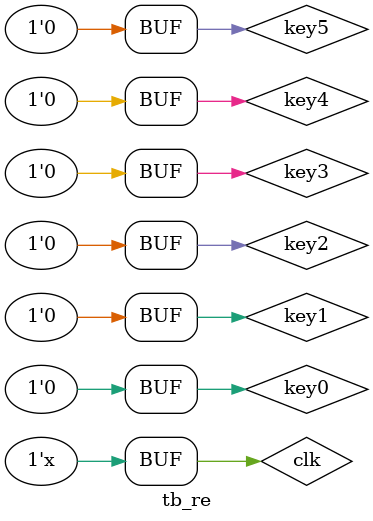
<source format=v>

/*
`timescale 1ns/1ps
module tb_re;
	reg clk;
	wire key0,key1,key2,key3,key4,key5;
    	wire   out_1;
 	wire   out_3;
 	wire   out_5;
	wire k0,k1,k2,k3,k4,k5;

    reg [23:0] freq;
    reg [23:0] freq_3;
    reg [23:0] freq_5;

initial  begin 
clk = 1'b0;
 
  		freq = 24'd1678;
		freq_3 = 24'd5033;
		freq_5 = 24'd8390;
end


always begin
#5 clk = ~clk;
end



	dds_to_fb the_fb(
        		.FreqWord(freq),
			.FreqWord_3(freq_3),
			.FreqWord_5(freq_5),
      			.Clock(clk),
       			.Out_1(out_1),
			.Out_3(out_3),
			.Out_5(out_5),
			.k0(k0),
			.k1(k1),
			.k2(k2),
			.k3(k3),
			.k4(k4),
			.k5(k5)

);

	keys the_keys(	
			.key0(key0),
			.key1(key1),
			.key2(key2),
			.key3(key3),
			.key4(key4),
			.key5(key5),
			.k0(k0),
			.k1(k1),
			.k2(k2),
			.k3(k3),
			.k4(k4),
			.k5(k5),
			.clk(clk)
);

endmodule*/


`timescale 1ns/1ps
module tb_re;
	reg clk;
	reg key0,key1,key2,key3,key4,key5;
    	wire   out_1;
 	wire   out_3;
 	wire   out_5;


initial  begin 
clk = 1'b0;
 key0 = 0;
 key1 = 0;
 key2 = 0;
 key3 = 0;
 key4 = 0;
 key5 = 0;
end


always begin
#5 clk = ~clk;

end

always begin
#9999 key1 = 1;
#500 key1 = 0 ;
#250 key1 = 1 ;
#780 key1 = 0;
#880 key1 = 1;
#9900 key1 = 0;
end
top the_top(	.clk,
	.key0,.key1,.key2,.key3,.key4,.key5,
	.out_1,
	.out_3,
	.out_5

);	
//wire [11:0] FIR_out;
//wire signed [11:0] in = out_1? 12'd1000:-12'd1000;
//FIR_Hamming_100Taps_LP_0d020 the_fir(
//    	.Clock(clk), 
//	.ClkEn(1'b1), 
//	.AsyncRst(0),
//    	.In(in),
//   	.Out(FIR_out));
//
endmodule 
</source>
